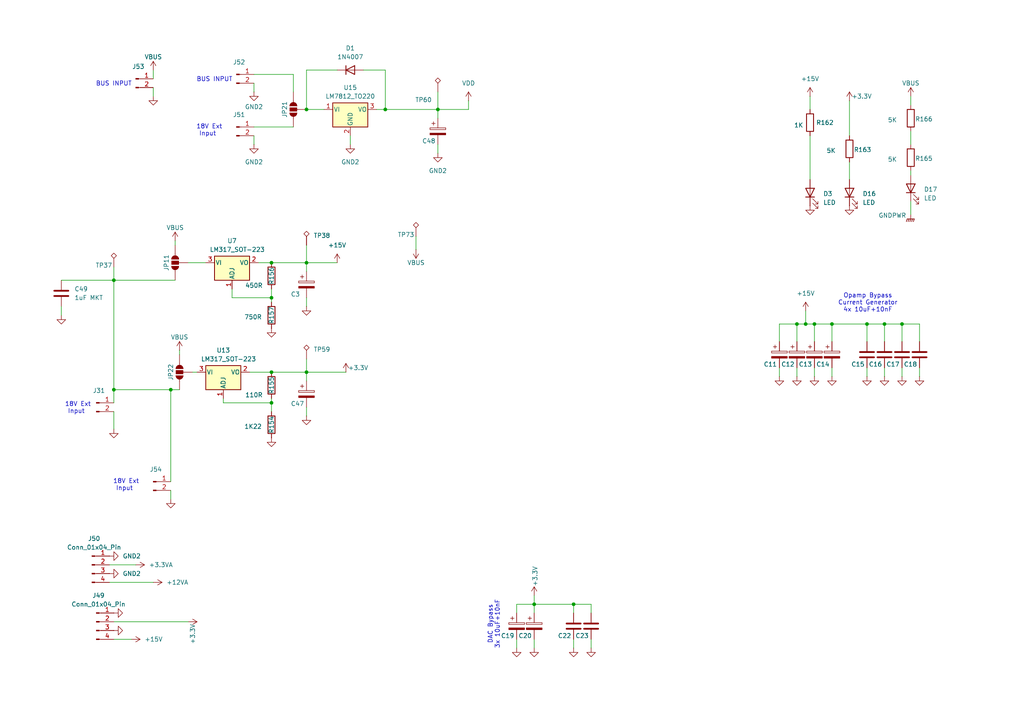
<source format=kicad_sch>
(kicad_sch (version 20250114) (generator "eeschema") (generator_version "9.0")
  (paper "A4")
  (title_block (title "Emulator Power Supply") (date "2025-09-04"))
  (lib_symbols
    (symbol "Connector:Conn_01x02_Pin" (pin_names (offset 1.016) (hide yes))
      (property "Reference" "J" (at 0 2.54 0))
      (property "Value" "Conn_01x02_Pin" (at 0 -5.08 0))
      (symbol "Conn_01x02_Pin_1_1"
        (rectangle (start 0.8636 0.127) (end 0 -0.127) (stroke (width 0.1524)) (fill (type outline)))
        (rectangle (start 0.8636 -2.413) (end 0 -2.667) (stroke (width 0.1524)) (fill (type outline)))
        (polyline (pts (xy 1.27 0) (xy 0.8636 0)) (stroke (width 0.1524)))
        (polyline (pts (xy 1.27 -2.54) (xy 0.8636 -2.54)) (stroke (width 0.1524)))
        (pin passive line (at 5.08 0 180) (length 3.81) (name "Pin_1") (number "1"))
        (pin passive line (at 5.08 -2.54 180) (length 3.81) (name "Pin_2") (number "2"))
      )
    )
    (symbol "Connector:Conn_01x04_Pin" (pin_names (offset 1.016) (hide yes))
      (property "Reference" "J" (at 0 5.08 0))
      (property "Value" "Conn_01x04_Pin" (at 0 -7.62 0))
      (symbol "Conn_01x04_Pin_1_1"
        (rectangle (start 0.8636 2.667) (end 0 2.413) (stroke (width 0.1524)) (fill (type outline)))
        (rectangle (start 0.8636 0.127) (end 0 -0.127) (stroke (width 0.1524)) (fill (type outline)))
        (rectangle (start 0.8636 -2.413) (end 0 -2.667) (stroke (width 0.1524)) (fill (type outline)))
        (rectangle (start 0.8636 -4.953) (end 0 -5.207) (stroke (width 0.1524)) (fill (type outline)))
        (polyline (pts (xy 1.27 2.54) (xy 0.8636 2.54)) (stroke (width 0.1524)))
        (polyline (pts (xy 1.27 0) (xy 0.8636 0)) (stroke (width 0.1524)))
        (polyline (pts (xy 1.27 -2.54) (xy 0.8636 -2.54)) (stroke (width 0.1524)))
        (polyline (pts (xy 1.27 -5.08) (xy 0.8636 -5.08)) (stroke (width 0.1524)))
        (pin passive line (at 5.08 2.54 180) (length 3.81) (name "Pin_1") (number "1"))
        (pin passive line (at 5.08 0 180) (length 3.81) (name "Pin_2") (number "2"))
        (pin passive line (at 5.08 -2.54 180) (length 3.81) (name "Pin_3") (number "3"))
        (pin passive line (at 5.08 -5.08 180) (length 3.81) (name "Pin_4") (number "4"))
      )
    )
    (symbol "Connector:TestPoint_Alt" (pin_numbers (hide yes)) (pin_names (offset 0.762) (hide yes))
      (property "Reference" "TP" (at 0 6.858 0))
      (property "Value" "TestPoint_Alt" (at 0 5.08 0))
      (symbol "TestPoint_Alt_0_1"
        (polyline (pts (xy 0 2.54) (xy -0.762 3.302) (xy 0 4.064) (xy 0.762 3.302) (xy 0 2.54)))
      )
      (symbol "TestPoint_Alt_1_1"
        (pin passive line (at 0 0 90) (length 2.54) (name "1") (number "1"))
      )
    )
    (symbol "Device:C" (pin_numbers (hide yes)) (pin_names (offset 0.254))
      (property "Reference" "C" (at 0.635 2.54 0))
      (property "Value" "C" (at 0.635 -2.54 0))
      (symbol "C_0_1"
        (polyline (pts (xy -2.032 0.762) (xy 2.032 0.762)) (stroke (width 0.508)))
        (polyline (pts (xy -2.032 -0.762) (xy 2.032 -0.762)) (stroke (width 0.508)))
      )
      (symbol "C_1_1"
        (pin passive line (at 0 3.81 270) (length 2.794) (name "~") (number "1"))
        (pin passive line (at 0 -3.81 90) (length 2.794) (name "~") (number "2"))
      )
    )
    (symbol "Device:C_Polarized" (pin_numbers (hide yes)) (pin_names (offset 0.254))
      (property "Reference" "C" (at 0.635 2.54 0))
      (property "Value" "C_Polarized" (at 0.635 -2.54 0))
      (symbol "C_Polarized_0_1"
        (rectangle (start -2.286 0.508) (end 2.286 1.016))
        (polyline (pts (xy -1.778 2.286) (xy -0.762 2.286)))
        (polyline (pts (xy -1.27 2.794) (xy -1.27 1.778)))
        (rectangle (start 2.286 -0.508) (end -2.286 -1.016) (fill (type outline)))
      )
      (symbol "C_Polarized_1_1"
        (pin passive line (at 0 3.81 270) (length 2.794) (name "~") (number "1"))
        (pin passive line (at 0 -3.81 90) (length 2.794) (name "~") (number "2"))
      )
    )
    (symbol "Device:LED" (pin_numbers (hide yes)) (pin_names (offset 1.016) (hide yes))
      (property "Reference" "D" (at 0 2.54 0))
      (property "Value" "LED" (at 0 -2.54 0))
      (symbol "LED_0_1"
        (polyline (pts (xy -3.048 -0.762) (xy -4.572 -2.286) (xy -3.81 -2.286) (xy -4.572 -2.286) (xy -4.572 -1.524)))
        (polyline (pts (xy -1.778 -0.762) (xy -3.302 -2.286) (xy -2.54 -2.286) (xy -3.302 -2.286) (xy -3.302 -1.524)))
        (polyline (pts (xy -1.27 0) (xy 1.27 0)))
        (polyline (pts (xy -1.27 -1.27) (xy -1.27 1.27)) (stroke (width 0.254)))
        (polyline (pts (xy 1.27 -1.27) (xy 1.27 1.27) (xy -1.27 0) (xy 1.27 -1.27)) (stroke (width 0.254)))
      )
      (symbol "LED_1_1"
        (pin passive line (at -3.81 0 0) (length 2.54) (name "K") (number "1"))
        (pin passive line (at 3.81 0 180) (length 2.54) (name "A") (number "2"))
      )
    )
    (symbol "Device:R" (pin_numbers (hide yes)) (pin_names (offset 0))
      (property "Reference" "R" (at 2.032 0 90))
      (property "Value" "R" (at 0 0 90))
      (symbol "R_0_1"
        (rectangle (start -1.016 -2.54) (end 1.016 2.54) (stroke (width 0.254)))
      )
      (symbol "R_1_1"
        (pin passive line (at 0 3.81 270) (length 1.27) (name "~") (number "1"))
        (pin passive line (at 0 -3.81 90) (length 1.27) (name "~") (number "2"))
      )
    )
    (symbol "Diode:1N4007" (pin_numbers (hide yes)) (pin_names (hide yes))
      (property "Reference" "D" (at 0 2.54 0))
      (property "Value" "1N4007" (at 0 -2.54 0))
      (symbol "1N4007_0_1"
        (polyline (pts (xy -1.27 1.27) (xy -1.27 -1.27)) (stroke (width 0.254)))
        (polyline (pts (xy 1.27 1.27) (xy 1.27 -1.27) (xy -1.27 0) (xy 1.27 1.27)) (stroke (width 0.254)))
        (polyline (pts (xy 1.27 0) (xy -1.27 0)))
      )
      (symbol "1N4007_1_1"
        (pin passive line (at -3.81 0 0) (length 2.54) (name "K") (number "1"))
        (pin passive line (at 3.81 0 180) (length 2.54) (name "A") (number "2"))
      )
    )
    (symbol "Jumper:SolderJumper_3_Open" (pin_numbers (hide yes)) (pin_names (offset 0) (hide yes)) (in_bom no)
      (property "Reference" "JP" (at -2.54 -2.54 0))
      (property "Value" "SolderJumper_3_Open" (at 0 2.794 0))
      (symbol "SolderJumper_3_Open_0_1"
        (polyline (pts (xy -2.54 0) (xy -2.032 0)))
        (polyline (pts (xy -1.016 1.016) (xy -1.016 -1.016)))
        (arc (start -1.016 -1.016) (mid -2.0276 0) (end -1.016 1.016))
        (arc (start -1.016 -1.016) (mid -2.0276 0) (end -1.016 1.016) (fill (type outline)))
        (rectangle (start -0.508 1.016) (end 0.508 -1.016) (fill (type outline)))
        (polyline (pts (xy 0 -1.27) (xy 0 -1.016)))
        (arc (start 1.016 1.016) (mid 2.0276 0) (end 1.016 -1.016))
        (arc (start 1.016 1.016) (mid 2.0276 0) (end 1.016 -1.016) (fill (type outline)))
        (polyline (pts (xy 1.016 1.016) (xy 1.016 -1.016)))
        (polyline (pts (xy 2.54 0) (xy 2.032 0)))
      )
      (symbol "SolderJumper_3_Open_1_1"
        (pin passive line (at -5.08 0 0) (length 2.54) (name "A") (number "1"))
        (pin passive line (at 0 -3.81 90) (length 2.54) (name "C") (number "2"))
        (pin passive line (at 5.08 0 180) (length 2.54) (name "B") (number "3"))
      )
    )
    (symbol "Regulator_Linear:LM317_SOT-223" (pin_names (offset 0.254))
      (property "Reference" "U" (at -3.81 3.175 0))
      (property "Value" "LM317_SOT-223" (at 0 3.175 0))
      (symbol "LM317_SOT-223_0_1"
        (rectangle (start -5.08 1.905) (end 5.08 -5.08) (stroke (width 0.254)) (fill (type background)))
      )
      (symbol "LM317_SOT-223_1_1"
        (pin power_in line (at -7.62 0 0) (length 2.54) (name "VI") (number "3"))
        (pin input line (at 0 -7.62 90) (length 2.54) (name "ADJ") (number "1"))
        (pin power_out line (at 7.62 0 180) (length 2.54) (name "VO") (number "2"))
      )
    )
    (symbol "Regulator_Linear:LM7812_TO220" (pin_names (offset 0.254))
      (property "Reference" "U" (at -3.81 3.175 0))
      (property "Value" "LM7812_TO220" (at 0 3.175 0))
      (symbol "LM7812_TO220_0_1"
        (rectangle (start -5.08 1.905) (end 5.08 -5.08) (stroke (width 0.254)) (fill (type background)))
      )
      (symbol "LM7812_TO220_1_1"
        (pin power_in line (at -7.62 0 0) (length 2.54) (name "VI") (number "1"))
        (pin power_in line (at 0 -7.62 90) (length 2.54) (name "GND") (number "2"))
        (pin power_out line (at 7.62 0 180) (length 2.54) (name "VO") (number "3"))
      )
    )
    (symbol "power:+12VA" (power) (pin_numbers (hide yes)) (pin_names (offset 0) (hide yes))
      (property "Value" "+12VA" (at 0 3.556 0))
      (symbol "+12VA_0_1"
        (polyline (pts (xy -0.762 1.27) (xy 0 2.54)))
        (polyline (pts (xy 0 2.54) (xy 0.762 1.27)))
        (polyline (pts (xy 0 0) (xy 0 2.54)))
      )
      (symbol "+12VA_1_1"
        (pin power_in line (at 0 0 90) (length 0) (name "~") (number "1"))
      )
    )
    (symbol "power:+15V" (power) (pin_numbers (hide yes)) (pin_names (offset 0) (hide yes))
      (property "Value" "+15V" (at 0 3.556 0))
      (symbol "+15V_0_1"
        (polyline (pts (xy -0.762 1.27) (xy 0 2.54)))
        (polyline (pts (xy 0 2.54) (xy 0.762 1.27)))
        (polyline (pts (xy 0 0) (xy 0 2.54)))
      )
      (symbol "+15V_1_1"
        (pin power_in line (at 0 0 90) (length 0) (name "~") (number "1"))
      )
    )
    (symbol "power:+3.3VA" (power) (pin_numbers (hide yes)) (pin_names (offset 0) (hide yes))
      (property "Value" "+3.3VA" (at 0 3.556 0))
      (symbol "+3.3VA_0_1"
        (polyline (pts (xy -0.762 1.27) (xy 0 2.54)))
        (polyline (pts (xy 0 2.54) (xy 0.762 1.27)))
        (polyline (pts (xy 0 0) (xy 0 2.54)))
      )
      (symbol "+3.3VA_1_1"
        (pin power_in line (at 0 0 90) (length 0) (name "~") (number "1"))
      )
    )
    (symbol "power:+BATT" (power) (pin_numbers (hide yes)) (pin_names (offset 0) (hide yes))
      (property "Value" "+BATT" (at 0 3.556 0))
      (symbol "+BATT_0_1"
        (polyline (pts (xy -0.762 1.27) (xy 0 2.54)))
        (polyline (pts (xy 0 2.54) (xy 0.762 1.27)))
        (polyline (pts (xy 0 0) (xy 0 2.54)))
      )
      (symbol "+BATT_1_1"
        (pin power_in line (at 0 0 90) (length 0) (name "~") (number "1"))
      )
    )
    (symbol "power:GND" (power) (pin_numbers (hide yes)) (pin_names (offset 0) (hide yes))
      (property "Value" "GND" (at 0 -3.81 0))
      (symbol "GND_0_1"
        (polyline (pts (xy 0 0) (xy 0 -1.27) (xy 1.27 -1.27) (xy 0 -2.54) (xy -1.27 -1.27) (xy 0 -1.27)))
      )
      (symbol "GND_1_1"
        (pin power_in line (at 0 0 270) (length 0) (name "~") (number "1"))
      )
    )
    (symbol "power:GND2" (power) (pin_numbers (hide yes)) (pin_names (offset 0) (hide yes))
      (property "Value" "GND2" (at 0 -3.81 0))
      (symbol "GND2_0_1"
        (polyline (pts (xy 0 0) (xy 0 -1.27) (xy 1.27 -1.27) (xy 0 -2.54) (xy -1.27 -1.27) (xy 0 -1.27)))
      )
      (symbol "GND2_1_1"
        (pin power_in line (at 0 0 270) (length 0) (name "~") (number "1"))
      )
    )
    (symbol "power:GNDPWR" (power) (pin_numbers (hide yes)) (pin_names (offset 0) (hide yes))
      (property "Value" "GNDPWR" (at 0 -3.302 0))
      (symbol "GNDPWR_0_1"
        (polyline (pts (xy -1.016 -1.27) (xy -1.27 -2.032) (xy -1.27 -2.032)) (stroke (width 0.2032)))
        (polyline (pts (xy -0.508 -1.27) (xy -0.762 -2.032) (xy -0.762 -2.032)) (stroke (width 0.2032)))
        (polyline (pts (xy 0 -1.27) (xy 0 0)))
        (polyline (pts (xy 0 -1.27) (xy -0.254 -2.032) (xy -0.254 -2.032)) (stroke (width 0.2032)))
        (polyline (pts (xy 0.508 -1.27) (xy 0.254 -2.032) (xy 0.254 -2.032)) (stroke (width 0.2032)))
        (polyline (pts (xy 1.016 -1.27) (xy -1.016 -1.27) (xy -1.016 -1.27)) (stroke (width 0.2032)))
        (polyline (pts (xy 1.016 -1.27) (xy 0.762 -2.032) (xy 0.762 -2.032) (xy 0.762 -2.032)) (stroke (width 0.2032)))
      )
      (symbol "GNDPWR_1_1"
        (pin power_in line (at 0 0 270) (length 0) (name "~") (number "1"))
      )
    )
    (symbol "power:VDD" (power) (pin_numbers (hide yes)) (pin_names (offset 0) (hide yes))
      (property "Value" "VDD" (at 0 3.556 0))
      (symbol "VDD_0_1"
        (polyline (pts (xy -0.762 1.27) (xy 0 2.54)))
        (polyline (pts (xy 0 2.54) (xy 0.762 1.27)))
        (polyline (pts (xy 0 0) (xy 0 2.54)))
      )
      (symbol "VDD_1_1"
        (pin power_in line (at 0 0 90) (length 0) (name "~") (number "1"))
      )
    )
  )
  (text "DAC Bypass\n3x 10uF+10nF" (at 143.256 181.102 90) (effects (font (size 1.27 1.27))))
  (text "BUS INPUT" (at 33.02 24.384 0) (effects (font (size 1.27 1.27))))
  (text "Opamp Bypass\nCurrent Generator\n4x 10uF+10nF" (at 251.714 87.884 0) (effects (font (size 1.27 1.27))))
  (text "18V Ext\nInput " (at 36.576 140.716 0) (effects (font (size 1.27 1.27))))
  (text "18V Ext\nInput " (at 22.606 118.364 0) (effects (font (size 1.27 1.27))))
  (text "BUS INPUT" (at 62.23 23.114 0) (effects (font (size 1.27 1.27))))
  (text "18V Ext\nInput " (at 60.706 37.846 0) (effects (font (size 1.27 1.27))))
  (junction (at 78.74 76.2))
  (junction (at 231.14 93.98))
  (junction (at 233.68 93.98))
  (junction (at 78.74 116.84))
  (junction (at 78.74 107.95))
  (junction (at 88.9 76.2))
  (junction (at 127 31.75))
  (junction (at 33.02 81.28))
  (junction (at 88.9 107.95))
  (junction (at 33.02 113.03))
  (junction (at 49.53 113.03))
  (junction (at 241.3 93.98))
  (junction (at 78.74 86.36))
  (junction (at 236.22 93.98))
  (junction (at 251.46 93.98))
  (junction (at 166.37 175.26))
  (junction (at 111.76 31.75))
  (junction (at 256.54 93.98))
  (junction (at 261.62 93.98))
  (junction (at 154.94 175.26))
  (junction (at 88.9 31.75))
  (wire (pts (xy 73.66 21.59) (xy 85.09 21.59)))
  (wire (pts (xy 236.22 109.22) (xy 236.22 106.68)))
  (wire (pts (xy 33.02 180.34) (xy 54.61 180.34)))
  (wire (pts (xy 100.33 107.95) (xy 88.9 107.95)))
  (wire (pts (xy 241.3 109.22) (xy 241.3 106.68)))
  (wire (pts (xy 54.61 76.2) (xy 59.69 76.2)))
  (wire (pts (xy 50.8 69.85) (xy 50.8 71.12)))
  (wire (pts (xy 33.02 124.46) (xy 33.02 119.38)))
  (wire (pts (xy 236.22 93.98) (xy 236.22 99.06)))
  (wire (pts (xy 256.54 93.98) (xy 256.54 99.06)))
  (wire (pts (xy 166.37 175.26) (xy 166.37 177.8)))
  (wire (pts (xy 149.86 175.26) (xy 149.86 177.8)))
  (wire (pts (xy 67.31 86.36) (xy 78.74 86.36)))
  (wire (pts (xy 154.94 177.8) (xy 154.94 175.26)))
  (wire (pts (xy 251.46 93.98) (xy 256.54 93.98)))
  (wire (pts (xy 127 34.29) (xy 127 31.75)))
  (wire (pts (xy 88.9 110.49) (xy 88.9 107.95)))
  (wire (pts (xy 88.9 120.65) (xy 88.9 118.11)))
  (wire (pts (xy 120.65 72.39) (xy 120.65 68.58)))
  (wire (pts (xy 233.68 93.98) (xy 231.14 93.98)))
  (wire (pts (xy 241.3 93.98) (xy 251.46 93.98)))
  (wire (pts (xy 171.45 187.96) (xy 171.45 185.42)))
  (wire (pts (xy 109.22 31.75) (xy 111.76 31.75)))
  (wire (pts (xy 127 26.67) (xy 127 31.75)))
  (wire (pts (xy 73.66 36.83) (xy 85.09 36.83)))
  (wire (pts (xy 236.22 93.98) (xy 241.3 93.98)))
  (wire (pts (xy 226.06 106.68) (xy 226.06 109.22)))
  (wire (pts (xy 64.77 116.84) (xy 78.74 116.84)))
  (wire (pts (xy 111.76 20.32) (xy 111.76 31.75)))
  (wire (pts (xy 67.31 86.36) (xy 67.31 83.82)))
  (wire (pts (xy 39.37 163.83) (xy 31.75 163.83)))
  (wire (pts (xy 166.37 187.96) (xy 166.37 185.42)))
  (wire (pts (xy 261.62 93.98) (xy 261.62 99.06)))
  (wire (pts (xy 154.94 187.96) (xy 154.94 185.42)))
  (wire (pts (xy 85.09 21.59) (xy 85.09 26.67)))
  (wire (pts (xy 135.89 31.75) (xy 127 31.75)))
  (wire (pts (xy 49.53 139.7) (xy 49.53 113.03)))
  (wire (pts (xy 264.16 62.23) (xy 264.16 58.42)))
  (wire (pts (xy 33.02 185.42) (xy 38.1 185.42)))
  (wire (pts (xy 78.74 116.84) (xy 78.74 115.57)))
  (wire (pts (xy 88.9 31.75) (xy 93.98 31.75)))
  (wire (pts (xy 33.02 81.28) (xy 50.8 81.28)))
  (wire (pts (xy 264.16 27.94) (xy 264.16 30.48)))
  (wire (pts (xy 52.07 101.6) (xy 52.07 102.87)))
  (wire (pts (xy 171.45 175.26) (xy 171.45 177.8)))
  (wire (pts (xy 251.46 93.98) (xy 251.46 99.06)))
  (wire (pts (xy 246.38 46.99) (xy 246.38 52.07)))
  (wire (pts (xy 33.02 113.03) (xy 49.53 113.03)))
  (wire (pts (xy 226.06 93.98) (xy 226.06 99.06)))
  (wire (pts (xy 266.7 109.22) (xy 266.7 106.68)))
  (wire (pts (xy 64.77 116.84) (xy 64.77 115.57)))
  (wire (pts (xy 97.79 76.2) (xy 88.9 76.2)))
  (wire (pts (xy 233.68 93.98) (xy 236.22 93.98)))
  (wire (pts (xy 73.66 41.91) (xy 73.66 39.37)))
  (wire (pts (xy 78.74 119.38) (xy 78.74 116.84)))
  (wire (pts (xy 234.95 27.94) (xy 234.95 31.75)))
  (wire (pts (xy 72.39 107.95) (xy 78.74 107.95)))
  (wire (pts (xy 231.14 93.98) (xy 231.14 99.06)))
  (wire (pts (xy 44.45 168.91) (xy 31.75 168.91)))
  (wire (pts (xy 149.86 175.26) (xy 154.94 175.26)))
  (wire (pts (xy 149.86 185.42) (xy 149.86 187.96)))
  (wire (pts (xy 73.66 26.67) (xy 73.66 24.13)))
  (wire (pts (xy 88.9 20.32) (xy 88.9 31.75)))
  (wire (pts (xy 88.9 88.9) (xy 88.9 86.36)))
  (wire (pts (xy 78.74 76.2) (xy 74.93 76.2)))
  (wire (pts (xy 33.02 81.28) (xy 33.02 113.03)))
  (wire (pts (xy 246.38 29.21) (xy 246.38 39.37)))
  (wire (pts (xy 266.7 93.98) (xy 266.7 99.06)))
  (wire (pts (xy 49.53 144.78) (xy 49.53 142.24)))
  (wire (pts (xy 261.62 109.22) (xy 261.62 106.68)))
  (wire (pts (xy 44.45 20.32) (xy 44.45 22.86)))
  (wire (pts (xy 233.68 90.17) (xy 233.68 93.98)))
  (wire (pts (xy 17.78 91.44) (xy 17.78 88.9)))
  (wire (pts (xy 55.88 107.95) (xy 57.15 107.95)))
  (wire (pts (xy 105.41 20.32) (xy 111.76 20.32)))
  (wire (pts (xy 166.37 175.26) (xy 171.45 175.26)))
  (wire (pts (xy 264.16 49.53) (xy 264.16 50.8)))
  (wire (pts (xy 78.74 83.82) (xy 78.74 86.36)))
  (wire (pts (xy 101.6 41.91) (xy 101.6 39.37)))
  (wire (pts (xy 231.14 93.98) (xy 226.06 93.98)))
  (wire (pts (xy 264.16 38.1) (xy 264.16 41.91)))
  (wire (pts (xy 256.54 93.98) (xy 261.62 93.98)))
  (wire (pts (xy 88.9 104.14) (xy 88.9 107.95)))
  (wire (pts (xy 88.9 76.2) (xy 78.74 76.2)))
  (wire (pts (xy 33.02 113.03) (xy 33.02 116.84)))
  (wire (pts (xy 251.46 106.68) (xy 251.46 109.22)))
  (wire (pts (xy 111.76 31.75) (xy 127 31.75)))
  (wire (pts (xy 135.89 29.21) (xy 135.89 31.75)))
  (wire (pts (xy 88.9 78.74) (xy 88.9 76.2)))
  (wire (pts (xy 234.95 39.37) (xy 234.95 52.07)))
  (wire (pts (xy 78.74 107.95) (xy 88.9 107.95)))
  (wire (pts (xy 241.3 93.98) (xy 241.3 99.06)))
  (wire (pts (xy 154.94 175.26) (xy 166.37 175.26)))
  (wire (pts (xy 33.02 77.47) (xy 33.02 81.28)))
  (wire (pts (xy 256.54 109.22) (xy 256.54 106.68)))
  (wire (pts (xy 88.9 20.32) (xy 97.79 20.32)))
  (wire (pts (xy 231.14 109.22) (xy 231.14 106.68)))
  (wire (pts (xy 44.45 27.94) (xy 44.45 25.4)))
  (wire (pts (xy 88.9 71.12) (xy 88.9 76.2)))
  (wire (pts (xy 78.74 86.36) (xy 78.74 87.63)))
  (wire (pts (xy 261.62 93.98) (xy 266.7 93.98)))
  (wire (pts (xy 17.78 81.28) (xy 33.02 81.28)))
  (wire (pts (xy 49.53 113.03) (xy 52.07 113.03)))
  (wire (pts (xy 154.94 175.26) (xy 154.94 172.72)))
  (wire (pts (xy 127 44.45) (xy 127 41.91)))
  (symbol (lib_id "Diode:1N4007") (at 101.6 20.32 0) (unit 1)
    (property "Reference" "D1" (at 101.6 13.97 0))
    (property "Value" "1N4007" (at 101.6 16.51 0))
    (property "Footprint" "Diode_THT:D_DO-41_SOD81_P10.16mm_Horizontal" (effects (hide yes)))
    (property "Datasheet" "http://www.vishay.com/docs/88503/1n4001.pdf" (effects (hide yes)))
    (property "Description" "1000V 1A General Purpose Rectifier Diode, DO-41" (effects (hide yes)))
    (property "Sim.Device" "D" (effects (hide yes)))
    (property "Sim.Pins" "1=K 2=A" (effects (hide yes)))
  )
  (symbol (lib_id "power:+3.3VA") (at 39.37 163.83 270) (unit 1)
    (property "Reference" "#PWR0181" (effects (hide yes)))
    (property "Value" "+3.3VA" (at 43.18 163.8299 90) (effects (justify left)))
    (property "Description" "Power symbol creates a global label with name \"+3.3VA\"" (effects (hide yes)))
  )
  (symbol (lib_id "Device:R") (at 78.74 111.76 180) (unit 1)
    (property "Reference" "R155" (at 78.74 111.76 90))
    (property "Value" "110R" (at 73.66 114.554 0))
    (property "Footprint" "Resistor_SMD:R_0805_2012Metric_Pad1.20x1.40mm_HandSolder" (effects (hide yes)))
    (property "Description" "Resistor" (effects (hide yes)))
  )
  (symbol (lib_id "power:GND") (at 49.53 144.78 0) (unit 1)
    (property "Reference" "#PWR085" (effects (hide yes)))
    (property "Value" "GND" (effects (hide yes)))
    (property "Description" "Power symbol creates a global label with name \"GND\" , ground" (effects (hide yes)))
  )
  (symbol (lib_id "power:+BATT") (at 264.16 27.94 0) (unit 1)
    (property "Reference" "#PWR0157" (effects (hide yes)))
    (property "Value" "VBUS" (at 264.16 24.13 0))
    (property "Description" "Power symbol creates a global label with name \"+BATT\"" (effects (hide yes)))
  )
  (symbol (lib_id "power:GND2") (at 101.6 41.91 0) (unit 1)
    (property "Reference" "#PWR025" (effects (hide yes)))
    (property "Value" "GND2" (at 101.6 46.99 0))
    (property "Description" "Power symbol creates a global label with name \"GND2\" , ground" (effects (hide yes)))
  )
  (symbol (lib_id "power:+15V") (at 234.95 27.94 0) (unit 1)
    (property "Reference" "#PWR0155" (effects (hide yes)))
    (property "Value" "+15V" (at 234.95 22.86 0))
    (property "Description" "Power symbol creates a global label with name \"+15V\"" (effects (hide yes)))
  )
  (symbol (lib_id "Connector:Conn_01x02_Pin") (at 44.45 139.7 0) (unit 1)
    (property "Reference" "J54" (at 45.212 136.144 0))
    (property "Value" "Conn_01x02_Pin" (effects (hide yes)))
    (property "Footprint" "Connector_Phoenix_GMSTB:PhoenixContact_GMSTBA_2,5_2-G_1x02_P7.50mm_Horizontal" (effects (hide yes)))
    (property "Description" "Generic connector, single row, 01x02, script generated" (effects (hide yes)))
  )
  (symbol (lib_id "power:GND") (at 234.95 59.69 0) (unit 1)
    (property "Reference" "#PWR0154" (effects (hide yes)))
    (property "Value" "GND" (effects (hide yes)))
    (property "Description" "Power symbol creates a global label with name \"GND\" , ground" (effects (hide yes)))
  )
  (symbol (lib_id "power:GND") (at 256.54 109.22 0) (unit 1)
    (property "Reference" "#PWR066" (effects (hide yes)))
    (property "Value" "GND" (effects (hide yes)))
    (property "Description" "Power symbol creates a global label with name \"GND\" , ground" (effects (hide yes)))
  )
  (symbol (lib_id "Device:C_Polarized") (at 231.14 102.87 0) (unit 1)
    (property "Reference" "C12" (at 226.568 105.664 0) (effects (justify left)))
    (property "Value" "C_Polarized" (effects (hide yes)))
    (property "Footprint" "Capacitor_SMD:CP_Elec_4x3.9" (effects (hide yes)))
    (property "Description" "Polarized capacitor" (effects (hide yes)))
  )
  (symbol (lib_id "power:+12VA") (at 44.45 168.91 270) (unit 1)
    (property "Reference" "#PWR0187" (effects (hide yes)))
    (property "Value" "+12VA" (at 48.26 168.9099 90) (effects (justify left)))
    (property "Description" "Power symbol creates a global label with name \"+12VA\"" (effects (hide yes)))
  )
  (symbol (lib_id "Regulator_Linear:LM317_SOT-223") (at 67.31 76.2 0) (unit 1)
    (property "Reference" "U7" (at 67.31 69.85 0))
    (property "Value" "LM317_SOT-223" (at 68.834 72.39 0))
    (property "Footprint" "Package_TO_SOT_SMD:SOT-223-3_TabPin2" (effects (hide yes)))
    (property "Datasheet" "http://www.ti.com/lit/ds/symlink/lm317.pdf" (effects (hide yes)))
    (property "Description" "1.5A 35V Adjustable Linear Regulator, SOT-223" (effects (hide yes)))
  )
  (symbol (lib_id "Device:C") (at 17.78 85.09 0) (unit 1)
    (property "Reference" "C49" (at 21.59 83.8199 0) (effects (justify left)))
    (property "Value" "1uF MKT" (at 21.59 86.3599 0) (effects (justify left)))
    (property "Footprint" "Capacitor_THT:C_Rect_L28.0mm_W12.0mm_P22.50mm_MKS4" (effects (hide yes)))
    (property "Description" "Unpolarized capacitor" (effects (hide yes)))
  )
  (symbol (lib_id "power:+15V") (at 233.68 90.17 0) (unit 1)
    (property "Reference" "#PWR0148" (effects (hide yes)))
    (property "Value" "+15V" (at 233.68 85.09 0))
    (property "Description" "Power symbol creates a global label with name \"+15V\"" (effects (hide yes)))
  )
  (symbol (lib_id "Device:C") (at 166.37 181.61 0) (unit 1)
    (property "Reference" "C22" (at 161.798 184.404 0) (effects (justify left)))
    (property "Value" "C_Polarized" (effects (hide yes)))
    (property "Footprint" "Capacitor_SMD:C_0805_2012Metric_Pad1.18x1.45mm_HandSolder" (effects (hide yes)))
    (property "Description" "Unpolarized capacitor" (effects (hide yes)))
  )
  (symbol (lib_id "power:GND") (at 88.9 120.65 0) (unit 1)
    (property "Reference" "#PWR035" (effects (hide yes)))
    (property "Value" "GND" (effects (hide yes)))
    (property "Description" "Power symbol creates a global label with name \"GND\" , ground" (effects (hide yes)))
  )
  (symbol (lib_id "Connector:Conn_01x02_Pin") (at 39.37 22.86 0) (unit 1)
    (property "Reference" "J53" (at 40.132 19.304 0))
    (property "Value" "Conn_01x02_Pin" (effects (hide yes)))
    (property "Footprint" "Connector_Phoenix_GMSTB:PhoenixContact_GMSTBA_2,5_2-G_1x02_P7.50mm_Horizontal" (effects (hide yes)))
    (property "Description" "Generic connector, single row, 01x02, script generated" (effects (hide yes)))
  )
  (symbol (lib_id "Device:R") (at 246.38 43.18 180) (unit 1)
    (property "Reference" "R163" (at 250.19 43.434 0))
    (property "Value" "5K" (at 241.046 43.688 0))
    (property "Footprint" "Resistor_SMD:R_0805_2012Metric_Pad1.20x1.40mm_HandSolder" (effects (hide yes)))
    (property "Description" "Resistor" (effects (hide yes)))
  )
  (symbol (lib_id "Device:LED") (at 264.16 54.61 90) (unit 1)
    (property "Reference" "D17" (at 267.97 54.9274 90) (effects (justify right)))
    (property "Value" "LED" (at 267.97 57.4674 90) (effects (justify right)))
    (property "Footprint" "LED_SMD:LED_0805_2012Metric_Pad1.15x1.40mm_HandSolder" (effects (hide yes)))
    (property "Description" "Light emitting diode" (effects (hide yes)))
    (property "Sim.Pins" "1=K 2=A" (effects (hide yes)))
  )
  (symbol (lib_id "power:GND") (at 149.86 187.96 0) (unit 1)
    (property "Reference" "#PWR058" (effects (hide yes)))
    (property "Value" "GND" (effects (hide yes)))
    (property "Description" "Power symbol creates a global label with name \"GND\" , ground" (effects (hide yes)))
  )
  (symbol (lib_id "Connector:Conn_01x04_Pin") (at 27.94 180.34 0) (unit 1)
    (property "Reference" "J49" (at 28.575 172.72 0))
    (property "Value" "Conn_01x04_Pin" (at 28.575 175.26 0))
    (property "Footprint" "Connector_Phoenix_GMSTB:PhoenixContact_GMSTBA_2,5_4-G-7,62_1x04_P7.62mm_Horizontal" (effects (hide yes)))
    (property "Description" "Generic connector, single row, 01x04, script generated" (effects (hide yes)))
  )
  (symbol (lib_id "power:GND") (at 33.02 182.88 90) (unit 1)
    (property "Reference" "#PWR0184" (effects (hide yes)))
    (property "Value" "GND" (effects (hide yes)))
    (property "Description" "Power symbol creates a global label with name \"GND\" , ground" (effects (hide yes)))
  )
  (symbol (lib_id "power:GNDPWR") (at 264.16 62.23 0) (unit 1)
    (property "Reference" "#PWR0178" (effects (hide yes)))
    (property "Value" "GNDPWR" (at 258.826 62.484 0))
    (property "Description" "Power symbol creates a global label with name \"GNDPWR\" , global ground" (effects (hide yes)))
  )
  (symbol (lib_id "power:GND2") (at 31.75 161.29 90) (unit 1)
    (property "Reference" "#PWR0190" (effects (hide yes)))
    (property "Value" "GND2" (at 35.56 161.2899 90) (effects (justify right)))
    (property "Description" "Power symbol creates a global label with name \"GND2\" , ground" (effects (hide yes)))
  )
  (symbol (lib_id "power:GND") (at 78.74 95.25 0) (unit 1)
    (property "Reference" "#PWR0120" (effects (hide yes)))
    (property "Value" "GND" (effects (hide yes)))
    (property "Description" "Power symbol creates a global label with name \"GND\" , ground" (effects (hide yes)))
  )
  (symbol (lib_id "power:GND2") (at 73.66 26.67 0) (unit 1)
    (property "Reference" "#PWR0160" (effects (hide yes)))
    (property "Value" "GND2" (at 73.66 30.988 0))
    (property "Description" "Power symbol creates a global label with name \"GND2\" , ground" (effects (hide yes)))
  )
  (symbol (lib_id "power:GND") (at 171.45 187.96 0) (unit 1)
    (property "Reference" "#PWR075" (effects (hide yes)))
    (property "Value" "GND" (effects (hide yes)))
    (property "Description" "Power symbol creates a global label with name \"GND\" , ground" (effects (hide yes)))
  )
  (symbol (lib_id "power:+15V") (at 154.94 172.72 0) (unit 1)
    (property "Reference" "#PWR059" (effects (hide yes)))
    (property "Value" "+3.3V" (at 155.194 167.132 90))
    (property "Description" "Power symbol creates a global label with name \"+15V\"" (effects (hide yes)))
  )
  (symbol (lib_id "power:GND") (at 236.22 109.22 0) (unit 1)
    (property "Reference" "#PWR054" (effects (hide yes)))
    (property "Value" "GND" (effects (hide yes)))
    (property "Description" "Power symbol creates a global label with name \"GND\" , ground" (effects (hide yes)))
  )
  (symbol (lib_id "Device:C") (at 266.7 102.87 0) (unit 1)
    (property "Reference" "C18" (at 262.128 105.664 0) (effects (justify left)))
    (property "Value" "C_Polarized" (effects (hide yes)))
    (property "Footprint" "Capacitor_SMD:C_0805_2012Metric_Pad1.18x1.45mm_HandSolder" (effects (hide yes)))
    (property "Description" "Unpolarized capacitor" (effects (hide yes)))
  )
  (symbol (lib_id "Device:C_Polarized") (at 226.06 102.87 0) (unit 1)
    (property "Reference" "C11" (at 221.488 105.664 0) (effects (justify left)))
    (property "Value" "C_Polarized" (effects (hide yes)))
    (property "Footprint" "Capacitor_SMD:CP_Elec_4x3.9" (effects (hide yes)))
    (property "Description" "Polarized capacitor" (effects (hide yes)))
  )
  (symbol (lib_id "Device:R") (at 234.95 35.56 180) (unit 1)
    (property "Reference" "R162" (at 239.268 35.56 0))
    (property "Value" "1K" (at 231.648 36.322 0))
    (property "Footprint" "Resistor_SMD:R_0805_2012Metric_Pad1.20x1.40mm_HandSolder" (effects (hide yes)))
    (property "Description" "Resistor" (effects (hide yes)))
  )
  (symbol (lib_id "Device:C_Polarized") (at 154.94 181.61 0) (unit 1)
    (property "Reference" "C20" (at 150.368 184.404 0) (effects (justify left)))
    (property "Value" "C_Polarized" (effects (hide yes)))
    (property "Footprint" "Capacitor_SMD:CP_Elec_4x3.9" (effects (hide yes)))
    (property "Description" "Polarized capacitor" (effects (hide yes)))
  )
  (symbol (lib_id "power:+15V") (at 38.1 185.42 270) (unit 1)
    (property "Reference" "#PWR0158" (effects (hide yes)))
    (property "Value" "+15V" (at 41.91 185.4199 90) (effects (justify left)))
    (property "Description" "Power symbol creates a global label with name \"+15V\"" (effects (hide yes)))
  )
  (symbol (lib_id "Regulator_Linear:LM7812_TO220") (at 101.6 31.75 0) (unit 1)
    (property "Reference" "U15" (at 101.6 25.4 0))
    (property "Value" "LM7812_TO220" (at 101.6 27.94 0))
    (property "Footprint" "Package_TO_SOT_THT:TO-220-3_Vertical" (effects (hide yes)))
    (property "Datasheet" "https://www.onsemi.cn/PowerSolutions/document/MC7800-D.PDF" (effects (hide yes)))
    (property "Description" "Positive 1A 35V Linear Regulator, Fixed Output 12V, TO-220" (effects (hide yes)))
  )
  (symbol (lib_id "power:GND") (at 231.14 109.22 0) (unit 1)
    (property "Reference" "#PWR052" (effects (hide yes)))
    (property "Value" "GND" (effects (hide yes)))
    (property "Description" "Power symbol creates a global label with name \"GND\" , ground" (effects (hide yes)))
  )
  (symbol (lib_id "Device:C") (at 256.54 102.87 0) (unit 1)
    (property "Reference" "C16" (at 251.968 105.664 0) (effects (justify left)))
    (property "Value" "C_Polarized" (effects (hide yes)))
    (property "Footprint" "Capacitor_SMD:C_0805_2012Metric_Pad1.18x1.45mm_HandSolder" (effects (hide yes)))
    (property "Description" "Unpolarized capacitor" (effects (hide yes)))
  )
  (symbol (lib_id "Connector:Conn_01x02_Pin") (at 68.58 21.59 0) (unit 1)
    (property "Reference" "J52" (at 69.342 18.034 0))
    (property "Value" "Conn_01x02_Pin" (effects (hide yes)))
    (property "Footprint" "Connector_Phoenix_GMSTB:PhoenixContact_GMSTBA_2,5_2-G_1x02_P7.50mm_Horizontal" (effects (hide yes)))
    (property "Description" "Generic connector, single row, 01x02, script generated" (effects (hide yes)))
  )
  (symbol (lib_id "power:GND") (at 78.74 127 0) (unit 1)
    (property "Reference" "#PWR014" (effects (hide yes)))
    (property "Value" "GND" (effects (hide yes)))
    (property "Description" "Power symbol creates a global label with name \"GND\" , ground" (effects (hide yes)))
  )
  (symbol (lib_id "Device:C_Polarized") (at 149.86 181.61 0) (unit 1)
    (property "Reference" "C19" (at 145.288 184.404 0) (effects (justify left)))
    (property "Value" "C_Polarized" (effects (hide yes)))
    (property "Footprint" "Capacitor_SMD:CP_Elec_4x3.9" (effects (hide yes)))
    (property "Description" "Polarized capacitor" (effects (hide yes)))
  )
  (symbol (lib_id "Device:C") (at 261.62 102.87 0) (unit 1)
    (property "Reference" "C17" (at 257.048 105.664 0) (effects (justify left)))
    (property "Value" "C_Polarized" (effects (hide yes)))
    (property "Footprint" "Capacitor_SMD:C_0805_2012Metric_Pad1.18x1.45mm_HandSolder" (effects (hide yes)))
    (property "Description" "Unpolarized capacitor" (effects (hide yes)))
  )
  (symbol (lib_id "power:GND") (at 226.06 109.22 0) (unit 1)
    (property "Reference" "#PWR050" (effects (hide yes)))
    (property "Value" "GND" (effects (hide yes)))
    (property "Description" "Power symbol creates a global label with name \"GND\" , ground" (effects (hide yes)))
  )
  (symbol (lib_id "Device:C_Polarized") (at 236.22 102.87 0) (unit 1)
    (property "Reference" "C13" (at 231.648 105.664 0) (effects (justify left)))
    (property "Value" "C_Polarized" (effects (hide yes)))
    (property "Footprint" "Capacitor_SMD:CP_Elec_4x3.9" (effects (hide yes)))
    (property "Description" "Polarized capacitor" (effects (hide yes)))
  )
  (symbol (lib_id "Device:C_Polarized") (at 127 38.1 0) (unit 1)
    (property "Reference" "C48" (at 122.428 40.894 0) (effects (justify left)))
    (property "Value" "C_Polarized" (effects (hide yes)))
    (property "Footprint" "Capacitor_THT:CP_Radial_D24.0mm_P10.00mm_SnapIn" (effects (hide yes)))
    (property "Description" "Polarized capacitor" (effects (hide yes)))
  )
  (symbol (lib_id "power:GND") (at 33.02 177.8 90) (unit 1)
    (property "Reference" "#PWR0183" (effects (hide yes)))
    (property "Value" "GND" (effects (hide yes)))
    (property "Description" "Power symbol creates a global label with name \"GND\" , ground" (effects (hide yes)))
  )
  (symbol (lib_id "Connector:TestPoint_Alt") (at 88.9 71.12 0) (unit 1)
    (property "Reference" "TP38" (at 90.932 68.326 0) (effects (justify left)))
    (property "Value" "TestPoint_Alt" (effects (hide yes)))
    (property "Footprint" "TestPoint:TestPoint_Loop_D1.80mm_Drill1.0mm_Beaded" (effects (hide yes)))
    (property "Datasheet" "https://www.digikey.se/en/products/detail/keystone-electronics/5117/2170320" (effects (hide yes)))
    (property "Description" "test point (alternative shape)" (effects (hide yes)))
  )
  (symbol (lib_id "Device:R") (at 78.74 80.01 180) (unit 1)
    (property "Reference" "R156" (at 78.74 80.01 90))
    (property "Value" "450R" (at 73.66 82.804 0))
    (property "Footprint" "Resistor_SMD:R_0805_2012Metric_Pad1.20x1.40mm_HandSolder" (effects (hide yes)))
    (property "Description" "Resistor" (effects (hide yes)))
  )
  (symbol (lib_id "power:GND") (at 246.38 59.69 0) (unit 1)
    (property "Reference" "#PWR0156" (effects (hide yes)))
    (property "Value" "GND" (effects (hide yes)))
    (property "Description" "Power symbol creates a global label with name \"GND\" , ground" (effects (hide yes)))
  )
  (symbol (lib_id "power:GND") (at 17.78 91.44 0) (unit 1)
    (property "Reference" "#PWR0121" (effects (hide yes)))
    (property "Value" "GND" (effects (hide yes)))
    (property "Description" "Power symbol creates a global label with name \"GND\" , ground" (effects (hide yes)))
  )
  (symbol (lib_id "power:GND") (at 251.46 109.22 0) (unit 1)
    (property "Reference" "#PWR064" (effects (hide yes)))
    (property "Value" "GND" (effects (hide yes)))
    (property "Description" "Power symbol creates a global label with name \"GND\" , ground" (effects (hide yes)))
  )
  (symbol (lib_id "Jumper:SolderJumper_3_Open") (at 52.07 107.95 90) (unit 1) (in_bom no)
    (property "Reference" "JP22" (at 49.53 107.95 0))
    (property "Value" "SolderJumper_3_Open" (effects (hide yes)))
    (property "Footprint" "Jumper:SolderJumper-3_P2.0mm_Open_TrianglePad1.0x1.5mm" (effects (hide yes)))
    (property "Description" "Solder Jumper, 3-pole, open" (effects (hide yes)))
  )
  (symbol (lib_id "Device:R") (at 264.16 34.29 180) (unit 1)
    (property "Reference" "R166" (at 267.97 34.544 0))
    (property "Value" "5K" (at 258.826 34.798 0))
    (property "Footprint" "Resistor_SMD:R_0805_2012Metric_Pad1.20x1.40mm_HandSolder" (effects (hide yes)))
    (property "Description" "Resistor" (effects (hide yes)))
  )
  (symbol (lib_id "Device:C_Polarized") (at 88.9 114.3 0) (unit 1)
    (property "Reference" "C47" (at 84.328 117.094 0) (effects (justify left)))
    (property "Value" "C_Polarized" (effects (hide yes)))
    (property "Footprint" "Capacitor_SMD:CP_Elec_6.3x7.7" (effects (hide yes)))
    (property "Description" "Polarized capacitor" (effects (hide yes)))
  )
  (symbol (lib_id "power:VDD") (at 135.89 29.21 0) (unit 1)
    (property "Reference" "#PWR0115" (effects (hide yes)))
    (property "Value" "VDD" (at 135.89 24.13 0))
    (property "Description" "Power symbol creates a global label with name \"VDD\"" (effects (hide yes)))
  )
  (symbol (lib_id "power:+BATT") (at 120.65 72.39 180) (unit 1)
    (property "Reference" "#PWR0125" (effects (hide yes)))
    (property "Value" "VBUS" (at 120.65 76.2 0))
    (property "Description" "Power symbol creates a global label with name \"+BATT\"" (effects (hide yes)))
  )
  (symbol (lib_id "Connector:TestPoint_Alt") (at 33.02 77.47 0) (unit 1)
    (property "Reference" "TP37" (at 27.686 76.962 0) (effects (justify left)))
    (property "Value" "TestPoint_Alt" (effects (hide yes)))
    (property "Footprint" "TestPoint:TestPoint_Loop_D1.80mm_Drill1.0mm_Beaded" (effects (hide yes)))
    (property "Datasheet" "https://www.digikey.se/en/products/detail/keystone-electronics/5117/2170320" (effects (hide yes)))
    (property "Description" "test point (alternative shape)" (effects (hide yes)))
  )
  (symbol (lib_id "Device:LED") (at 234.95 55.88 90) (unit 1)
    (property "Reference" "D3" (at 238.76 56.1974 90) (effects (justify right)))
    (property "Value" "LED" (at 238.76 58.7374 90) (effects (justify right)))
    (property "Footprint" "LED_SMD:LED_0805_2012Metric_Pad1.15x1.40mm_HandSolder" (effects (hide yes)))
    (property "Description" "Light emitting diode" (effects (hide yes)))
    (property "Sim.Pins" "1=K 2=A" (effects (hide yes)))
  )
  (symbol (lib_id "Device:R") (at 264.16 45.72 180) (unit 1)
    (property "Reference" "R165" (at 267.97 45.974 0))
    (property "Value" "5K" (at 258.826 46.228 0))
    (property "Footprint" "Resistor_SMD:R_0805_2012Metric_Pad1.20x1.40mm_HandSolder" (effects (hide yes)))
    (property "Description" "Resistor" (effects (hide yes)))
  )
  (symbol (lib_id "power:GND") (at 166.37 187.96 0) (unit 1)
    (property "Reference" "#PWR073" (effects (hide yes)))
    (property "Value" "GND" (effects (hide yes)))
    (property "Description" "Power symbol creates a global label with name \"GND\" , ground" (effects (hide yes)))
  )
  (symbol (lib_id "power:+15V") (at 97.79 76.2 0) (unit 1)
    (property "Reference" "#PWR0139" (effects (hide yes)))
    (property "Value" "+15V" (at 97.79 71.12 0))
    (property "Description" "Power symbol creates a global label with name \"+15V\"" (effects (hide yes)))
  )
  (symbol (lib_id "power:VDD") (at 54.61 180.34 270) (unit 1)
    (property "Reference" "#PWR0180" (effects (hide yes)))
    (property "Value" "+3.3V" (at 55.88 183.896 0))
    (property "Description" "Power symbol creates a global label with name \"VDD\"" (effects (hide yes)))
  )
  (symbol (lib_id "Jumper:SolderJumper_3_Open") (at 50.8 76.2 90) (unit 1) (in_bom no)
    (property "Reference" "JP11" (at 48.26 76.2 0))
    (property "Value" "SolderJumper_3_Open" (effects (hide yes)))
    (property "Footprint" "Jumper:SolderJumper-3_P2.0mm_Open_TrianglePad1.0x1.5mm" (effects (hide yes)))
    (property "Description" "Solder Jumper, 3-pole, open" (effects (hide yes)))
  )
  (symbol (lib_id "Device:LED") (at 246.38 55.88 90) (unit 1)
    (property "Reference" "D16" (at 250.19 56.1974 90) (effects (justify right)))
    (property "Value" "LED" (at 250.19 58.7374 90) (effects (justify right)))
    (property "Footprint" "LED_SMD:LED_0805_2012Metric_Pad1.15x1.40mm_HandSolder" (effects (hide yes)))
    (property "Description" "Light emitting diode" (effects (hide yes)))
    (property "Sim.Pins" "1=K 2=A" (effects (hide yes)))
  )
  (symbol (lib_id "power:VDD") (at 100.33 107.95 0) (unit 1)
    (property "Reference" "#PWR0123" (effects (hide yes)))
    (property "Value" "+3.3V" (at 103.886 106.68 0))
    (property "Description" "Power symbol creates a global label with name \"VDD\"" (effects (hide yes)))
  )
  (symbol (lib_id "Connector:TestPoint_Alt") (at 120.65 68.58 0) (unit 1)
    (property "Reference" "TP73" (at 115.316 68.072 0) (effects (justify left)))
    (property "Value" "TestPoint_Alt" (effects (hide yes)))
    (property "Footprint" "TestPoint:TestPoint_Loop_D1.80mm_Drill1.0mm_Beaded" (effects (hide yes)))
    (property "Datasheet" "https://www.digikey.se/en/products/detail/keystone-electronics/5117/2170320" (effects (hide yes)))
    (property "Description" "test point (alternative shape)" (effects (hide yes)))
  )
  (symbol (lib_id "power:GND") (at 241.3 109.22 0) (unit 1)
    (property "Reference" "#PWR056" (effects (hide yes)))
    (property "Value" "GND" (effects (hide yes)))
    (property "Description" "Power symbol creates a global label with name \"GND\" , ground" (effects (hide yes)))
  )
  (symbol (lib_id "Device:C_Polarized") (at 88.9 82.55 0) (unit 1)
    (property "Reference" "C3" (at 84.328 85.344 0) (effects (justify left)))
    (property "Value" "C_Polarized" (effects (hide yes)))
    (property "Footprint" "Capacitor_SMD:CP_Elec_6.3x7.7" (effects (hide yes)))
    (property "Description" "Polarized capacitor" (effects (hide yes)))
  )
  (symbol (lib_id "power:GND2") (at 73.66 41.91 0) (unit 1)
    (property "Reference" "#PWR023" (effects (hide yes)))
    (property "Value" "GND2" (at 73.66 46.99 0))
    (property "Description" "Power symbol creates a global label with name \"GND2\" , ground" (effects (hide yes)))
  )
  (symbol (lib_id "power:GND") (at 33.02 124.46 0) (unit 1)
    (property "Reference" "#PWR0126" (effects (hide yes)))
    (property "Value" "GND" (effects (hide yes)))
    (property "Description" "Power symbol creates a global label with name \"GND\" , ground" (effects (hide yes)))
  )
  (symbol (lib_id "Connector:TestPoint_Alt") (at 127 26.67 0) (unit 1)
    (property "Reference" "TP60" (at 120.396 28.956 0) (effects (justify left)))
    (property "Value" "TestPoint_Alt" (effects (hide yes)))
    (property "Footprint" "TestPoint:TestPoint_Loop_D1.80mm_Drill1.0mm_Beaded" (effects (hide yes)))
    (property "Datasheet" "https://www.digikey.se/en/products/detail/keystone-electronics/5117/2170320" (effects (hide yes)))
    (property "Description" "test point (alternative shape)" (effects (hide yes)))
  )
  (symbol (lib_id "power:GND") (at 266.7 109.22 0) (unit 1)
    (property "Reference" "#PWR070" (effects (hide yes)))
    (property "Value" "GND" (effects (hide yes)))
    (property "Description" "Power symbol creates a global label with name \"GND\" , ground" (effects (hide yes)))
  )
  (symbol (lib_id "Device:C_Polarized") (at 241.3 102.87 0) (unit 1)
    (property "Reference" "C14" (at 236.728 105.664 0) (effects (justify left)))
    (property "Value" "C_Polarized" (effects (hide yes)))
    (property "Footprint" "Capacitor_SMD:CP_Elec_4x3.9" (effects (hide yes)))
    (property "Description" "Polarized capacitor" (effects (hide yes)))
  )
  (symbol (lib_id "power:GND2") (at 127 44.45 0) (unit 1)
    (property "Reference" "#PWR022" (effects (hide yes)))
    (property "Value" "GND2" (at 127 49.53 0))
    (property "Description" "Power symbol creates a global label with name \"GND2\" , ground" (effects (hide yes)))
  )
  (symbol (lib_id "Device:C") (at 171.45 181.61 0) (unit 1)
    (property "Reference" "C23" (at 166.878 184.404 0) (effects (justify left)))
    (property "Value" "C_Polarized" (effects (hide yes)))
    (property "Footprint" "Capacitor_SMD:C_0805_2012Metric_Pad1.18x1.45mm_HandSolder" (effects (hide yes)))
    (property "Description" "Unpolarized capacitor" (effects (hide yes)))
  )
  (symbol (lib_id "power:GND") (at 88.9 88.9 0) (unit 1)
    (property "Reference" "#PWR0127" (effects (hide yes)))
    (property "Value" "GND" (effects (hide yes)))
    (property "Description" "Power symbol creates a global label with name \"GND\" , ground" (effects (hide yes)))
  )
  (symbol (lib_id "Connector:Conn_01x02_Pin") (at 68.58 36.83 0) (unit 1)
    (property "Reference" "J51" (at 69.342 33.274 0))
    (property "Value" "Conn_01x02_Pin" (effects (hide yes)))
    (property "Footprint" "Connector_Phoenix_GMSTB:PhoenixContact_GMSTBA_2,5_2-G_1x02_P7.50mm_Horizontal" (effects (hide yes)))
    (property "Description" "Generic connector, single row, 01x02, script generated" (effects (hide yes)))
  )
  (symbol (lib_id "Device:R") (at 78.74 91.44 180) (unit 1)
    (property "Reference" "R157" (at 78.74 91.44 90))
    (property "Value" "750R" (at 73.406 91.948 0))
    (property "Footprint" "Resistor_SMD:R_0805_2012Metric_Pad1.20x1.40mm_HandSolder" (effects (hide yes)))
    (property "Description" "Resistor" (effects (hide yes)))
  )
  (symbol (lib_id "Device:C") (at 251.46 102.87 0) (unit 1)
    (property "Reference" "C15" (at 246.888 105.664 0) (effects (justify left)))
    (property "Value" "C_Polarized" (effects (hide yes)))
    (property "Footprint" "Capacitor_SMD:C_0805_2012Metric_Pad1.18x1.45mm_HandSolder" (effects (hide yes)))
    (property "Description" "Unpolarized capacitor" (effects (hide yes)))
  )
  (symbol (lib_id "power:GND") (at 261.62 109.22 0) (unit 1)
    (property "Reference" "#PWR068" (effects (hide yes)))
    (property "Value" "GND" (effects (hide yes)))
    (property "Description" "Power symbol creates a global label with name \"GND\" , ground" (effects (hide yes)))
  )
  (symbol (lib_id "power:+BATT") (at 44.45 20.32 0) (unit 1)
    (property "Reference" "#PWR0132" (effects (hide yes)))
    (property "Value" "VBUS" (at 44.45 16.51 0))
    (property "Description" "Power symbol creates a global label with name \"+BATT\"" (effects (hide yes)))
  )
  (symbol (lib_id "power:GND") (at 154.94 187.96 0) (unit 1)
    (property "Reference" "#PWR060" (effects (hide yes)))
    (property "Value" "GND" (effects (hide yes)))
    (property "Description" "Power symbol creates a global label with name \"GND\" , ground" (effects (hide yes)))
  )
  (symbol (lib_id "Connector:Conn_01x04_Pin") (at 26.67 163.83 0) (unit 1)
    (property "Reference" "J50" (at 27.305 156.21 0))
    (property "Value" "Conn_01x04_Pin" (at 27.305 158.75 0))
    (property "Footprint" "Connector_Phoenix_GMSTB:PhoenixContact_GMSTBA_2,5_4-G-7,62_1x04_P7.62mm_Horizontal" (effects (hide yes)))
    (property "Description" "Generic connector, single row, 01x04, script generated" (effects (hide yes)))
  )
  (symbol (lib_id "Jumper:SolderJumper_3_Open") (at 85.09 31.75 90) (unit 1) (in_bom no)
    (property "Reference" "JP21" (at 82.55 31.75 0))
    (property "Value" "SolderJumper_3_Open" (effects (hide yes)))
    (property "Footprint" "Jumper:SolderJumper-3_P2.0mm_Open_TrianglePad1.0x1.5mm" (effects (hide yes)))
    (property "Description" "Solder Jumper, 3-pole, open" (effects (hide yes)))
  )
  (symbol (lib_id "Connector:TestPoint_Alt") (at 88.9 104.14 0) (unit 1)
    (property "Reference" "TP59" (at 90.932 101.346 0) (effects (justify left)))
    (property "Value" "TestPoint_Alt" (effects (hide yes)))
    (property "Footprint" "TestPoint:TestPoint_Loop_D1.80mm_Drill1.0mm_Beaded" (effects (hide yes)))
    (property "Datasheet" "https://www.digikey.se/en/products/detail/keystone-electronics/5117/2170320" (effects (hide yes)))
    (property "Description" "test point (alternative shape)" (effects (hide yes)))
  )
  (symbol (lib_id "power:GND") (at 44.45 27.94 0) (unit 1)
    (property "Reference" "#PWR0128" (effects (hide yes)))
    (property "Value" "GND" (effects (hide yes)))
    (property "Description" "Power symbol creates a global label with name \"GND\" , ground" (effects (hide yes)))
  )
  (symbol (lib_id "power:+BATT") (at 52.07 101.6 0) (unit 1)
    (property "Reference" "#PWR0117" (effects (hide yes)))
    (property "Value" "VBUS" (at 52.07 97.79 0))
    (property "Description" "Power symbol creates a global label with name \"+BATT\"" (effects (hide yes)))
  )
  (symbol (lib_id "power:GND2") (at 31.75 166.37 90) (unit 1)
    (property "Reference" "#PWR0185" (effects (hide yes)))
    (property "Value" "GND2" (at 35.56 166.3699 90) (effects (justify right)))
    (property "Description" "Power symbol creates a global label with name \"GND2\" , ground" (effects (hide yes)))
  )
  (symbol (lib_id "Regulator_Linear:LM317_SOT-223") (at 64.77 107.95 0) (unit 1)
    (property "Reference" "U13" (at 64.77 101.6 0))
    (property "Value" "LM317_SOT-223" (at 66.294 104.14 0))
    (property "Footprint" "Package_TO_SOT_SMD:SOT-223-3_TabPin2" (effects (hide yes)))
    (property "Datasheet" "http://www.ti.com/lit/ds/symlink/lm317.pdf" (effects (hide yes)))
    (property "Description" "1.5A 35V Adjustable Linear Regulator, SOT-223" (effects (hide yes)))
  )
  (symbol (lib_id "Connector:Conn_01x02_Pin") (at 27.94 116.84 0) (unit 1)
    (property "Reference" "J31" (at 28.702 113.284 0))
    (property "Value" "Conn_01x02_Pin" (effects (hide yes)))
    (property "Footprint" "Connector_Phoenix_GMSTB:PhoenixContact_GMSTBA_2,5_2-G_1x02_P7.50mm_Horizontal" (effects (hide yes)))
    (property "Description" "Generic connector, single row, 01x02, script generated" (effects (hide yes)))
  )
  (symbol (lib_id "power:+BATT") (at 50.8 69.85 0) (unit 1)
    (property "Reference" "#PWR016" (effects (hide yes)))
    (property "Value" "VBUS" (at 50.8 66.04 0))
    (property "Description" "Power symbol creates a global label with name \"+BATT\"" (effects (hide yes)))
  )
  (symbol (lib_id "power:VDD") (at 246.38 29.21 0) (unit 1)
    (property "Reference" "#PWR0153" (effects (hide yes)))
    (property "Value" "+3.3V" (at 249.936 27.94 0))
    (property "Description" "Power symbol creates a global label with name \"VDD\"" (effects (hide yes)))
  )
  (symbol (lib_id "Device:R") (at 78.74 123.19 180) (unit 1)
    (property "Reference" "R154" (at 78.74 123.19 90))
    (property "Value" "1K22" (at 73.406 123.698 0))
    (property "Footprint" "Resistor_SMD:R_0805_2012Metric_Pad1.20x1.40mm_HandSolder" (effects (hide yes)))
    (property "Description" "Resistor" (effects (hide yes)))
  )
)
</source>
